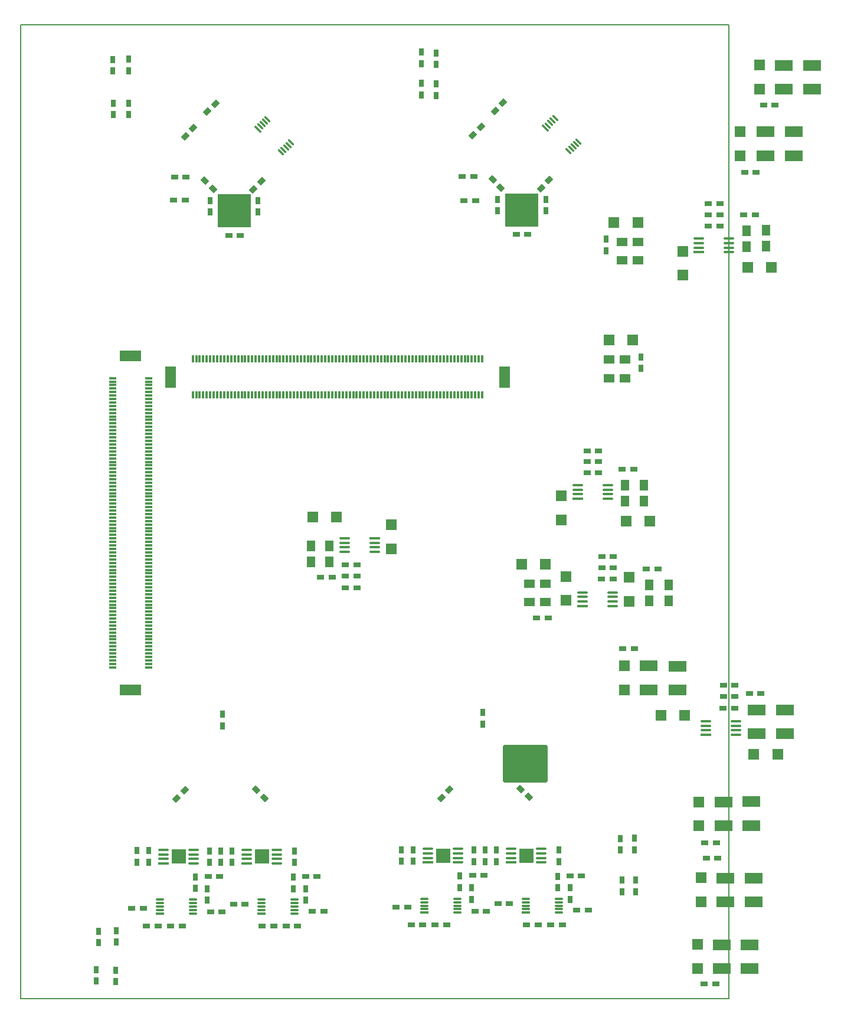
<source format=gbp>
G04 Layer_Color=128*
%FSLAX23Y23*%
%MOIN*%
G70*
G01*
G75*
%ADD15R,0.040X0.030*%
G04:AMPARAMS|DCode=17|XSize=43mil|YSize=12mil|CornerRadius=3mil|HoleSize=0mil|Usage=FLASHONLY|Rotation=90.000|XOffset=0mil|YOffset=0mil|HoleType=Round|Shape=RoundedRectangle|*
%AMROUNDEDRECTD17*
21,1,0.043,0.006,0,0,90.0*
21,1,0.037,0.012,0,0,90.0*
1,1,0.006,0.003,0.019*
1,1,0.006,0.003,-0.019*
1,1,0.006,-0.003,-0.019*
1,1,0.006,-0.003,0.019*
%
%ADD17ROUNDEDRECTD17*%
%ADD18R,0.185X0.185*%
%ADD23R,0.030X0.040*%
G04:AMPARAMS|DCode=24|XSize=40mil|YSize=30mil|CornerRadius=0mil|HoleSize=0mil|Usage=FLASHONLY|Rotation=45.000|XOffset=0mil|YOffset=0mil|HoleType=Round|Shape=Rectangle|*
%AMROTATEDRECTD24*
4,1,4,-0.004,-0.025,-0.025,-0.004,0.004,0.025,0.025,0.004,-0.004,-0.025,0.0*
%
%ADD24ROTATEDRECTD24*%

G04:AMPARAMS|DCode=25|XSize=40mil|YSize=30mil|CornerRadius=0mil|HoleSize=0mil|Usage=FLASHONLY|Rotation=135.000|XOffset=0mil|YOffset=0mil|HoleType=Round|Shape=Rectangle|*
%AMROTATEDRECTD25*
4,1,4,0.025,-0.004,0.004,-0.025,-0.025,0.004,-0.004,0.025,0.025,-0.004,0.0*
%
%ADD25ROTATEDRECTD25*%

%ADD28R,0.060X0.060*%
%ADD31R,0.043X0.012*%
G04:AMPARAMS|DCode=32|XSize=43mil|YSize=12mil|CornerRadius=3mil|HoleSize=0mil|Usage=FLASHONLY|Rotation=0.000|XOffset=0mil|YOffset=0mil|HoleType=Round|Shape=RoundedRectangle|*
%AMROUNDEDRECTD32*
21,1,0.043,0.006,0,0,0.0*
21,1,0.037,0.012,0,0,0.0*
1,1,0.006,0.019,-0.003*
1,1,0.006,-0.019,-0.003*
1,1,0.006,-0.019,0.003*
1,1,0.006,0.019,0.003*
%
%ADD32ROUNDEDRECTD32*%
%ADD33R,0.122X0.063*%
%ADD34R,0.012X0.043*%
%ADD35R,0.063X0.122*%
%ADD40C,0.008*%
%ADD89R,0.081X0.081*%
%ADD90O,0.047X0.012*%
%ADD91R,0.047X0.012*%
%ADD92O,0.060X0.015*%
%ADD93R,0.060X0.015*%
G04:AMPARAMS|DCode=94|XSize=47mil|YSize=12mil|CornerRadius=0mil|HoleSize=0mil|Usage=FLASHONLY|Rotation=315.000|XOffset=0mil|YOffset=0mil|HoleType=Round|Shape=Round|*
%AMOVALD94*
21,1,0.035,0.012,0.000,0.000,315.0*
1,1,0.012,-0.013,0.013*
1,1,0.012,0.013,-0.013*
%
%ADD94OVALD94*%

G04:AMPARAMS|DCode=95|XSize=47mil|YSize=12mil|CornerRadius=0mil|HoleSize=0mil|Usage=FLASHONLY|Rotation=315.000|XOffset=0mil|YOffset=0mil|HoleType=Round|Shape=Rectangle|*
%AMROTATEDRECTD95*
4,1,4,-0.021,0.013,-0.013,0.021,0.021,-0.013,0.013,-0.021,-0.021,0.013,0.0*
%
%ADD95ROTATEDRECTD95*%

%ADD96R,0.100X0.060*%
%ADD97R,0.050X0.060*%
%ADD98R,0.060X0.060*%
%ADD99R,0.060X0.050*%
G04:AMPARAMS|DCode=110|XSize=213mil|YSize=254mil|CornerRadius=11mil|HoleSize=0mil|Usage=FLASHONLY|Rotation=90.000|XOffset=0mil|YOffset=0mil|HoleType=Round|Shape=RoundedRectangle|*
%AMROUNDEDRECTD110*
21,1,0.213,0.233,0,0,90.0*
21,1,0.192,0.254,0,0,90.0*
1,1,0.021,0.116,0.096*
1,1,0.021,0.116,-0.096*
1,1,0.021,-0.116,-0.096*
1,1,0.021,-0.116,0.096*
%
%ADD110ROUNDEDRECTD110*%
D15*
X1123Y692D02*
D03*
X1058D02*
D03*
X1499Y412D02*
D03*
X1564D02*
D03*
X1363D02*
D03*
X1428D02*
D03*
X1647Y496D02*
D03*
X1712D02*
D03*
X1673Y691D02*
D03*
X1608D02*
D03*
X847Y412D02*
D03*
X912D02*
D03*
X711D02*
D03*
X776D02*
D03*
X1267Y534D02*
D03*
X1202D02*
D03*
X1072Y490D02*
D03*
X1137D02*
D03*
X692Y513D02*
D03*
X627D02*
D03*
X1240Y4313D02*
D03*
X1175D02*
D03*
X869Y4640D02*
D03*
X934D02*
D03*
X863Y4511D02*
D03*
X928D02*
D03*
X3282Y2498D02*
D03*
X3347D02*
D03*
X2205Y417D02*
D03*
X2270D02*
D03*
X2341D02*
D03*
X2406D02*
D03*
X2617Y697D02*
D03*
X2552D02*
D03*
X2993Y417D02*
D03*
X3058D02*
D03*
X3167Y696D02*
D03*
X3102D02*
D03*
X2857Y417D02*
D03*
X2922D02*
D03*
X3282Y2436D02*
D03*
X3347D02*
D03*
X3346Y2372D02*
D03*
X3281D02*
D03*
X3599Y2428D02*
D03*
X3534D02*
D03*
X4033Y1771D02*
D03*
X3968D02*
D03*
X4180Y1724D02*
D03*
X4115D02*
D03*
X3968Y1708D02*
D03*
X4033D02*
D03*
X4032Y1642D02*
D03*
X3967D02*
D03*
X4149Y4429D02*
D03*
X4084D02*
D03*
X3462Y2992D02*
D03*
X3397D02*
D03*
X3263Y3095D02*
D03*
X3198D02*
D03*
X3264Y2972D02*
D03*
X3199D02*
D03*
X3198Y3035D02*
D03*
X3263D02*
D03*
X3401Y1977D02*
D03*
X3466D02*
D03*
X4196Y5048D02*
D03*
X4261D02*
D03*
X4088Y4669D02*
D03*
X4153D02*
D03*
X3864Y883D02*
D03*
X3929D02*
D03*
X3883Y4365D02*
D03*
X3948D02*
D03*
Y4427D02*
D03*
X3883D02*
D03*
X3948Y4490D02*
D03*
X3883D02*
D03*
X1833Y2452D02*
D03*
X1898D02*
D03*
X1693Y2381D02*
D03*
X1758D02*
D03*
X1833Y2322D02*
D03*
X1898D02*
D03*
Y2387D02*
D03*
X1833D02*
D03*
X2979Y2152D02*
D03*
X2914D02*
D03*
X2121Y518D02*
D03*
X2186D02*
D03*
X2631Y495D02*
D03*
X2566D02*
D03*
X2696Y539D02*
D03*
X2761D02*
D03*
X3206Y501D02*
D03*
X3141D02*
D03*
X3861Y85D02*
D03*
X3926D02*
D03*
X3872Y796D02*
D03*
X3937D02*
D03*
X2569Y4507D02*
D03*
X2504D02*
D03*
X2559Y4646D02*
D03*
X2494D02*
D03*
X2798Y4319D02*
D03*
X2863D02*
D03*
D17*
X972Y3411D02*
D03*
X992Y3615D02*
D03*
Y3411D02*
D03*
X1011Y3615D02*
D03*
Y3411D02*
D03*
X1031Y3615D02*
D03*
Y3411D02*
D03*
X1051Y3615D02*
D03*
Y3411D02*
D03*
X1070Y3615D02*
D03*
Y3411D02*
D03*
X1090Y3615D02*
D03*
Y3411D02*
D03*
X1110Y3615D02*
D03*
Y3411D02*
D03*
X1130Y3615D02*
D03*
Y3411D02*
D03*
X1149Y3615D02*
D03*
Y3411D02*
D03*
X1169Y3615D02*
D03*
Y3411D02*
D03*
X1189Y3615D02*
D03*
Y3411D02*
D03*
X1208Y3615D02*
D03*
Y3411D02*
D03*
X1228Y3615D02*
D03*
Y3411D02*
D03*
X1248Y3615D02*
D03*
Y3411D02*
D03*
X1267Y3615D02*
D03*
Y3411D02*
D03*
X1287Y3615D02*
D03*
Y3411D02*
D03*
X1307Y3615D02*
D03*
Y3411D02*
D03*
X1326Y3615D02*
D03*
Y3411D02*
D03*
X1346Y3615D02*
D03*
Y3411D02*
D03*
X1366Y3615D02*
D03*
Y3411D02*
D03*
X1385Y3615D02*
D03*
Y3411D02*
D03*
X1405Y3615D02*
D03*
Y3411D02*
D03*
X1425Y3615D02*
D03*
Y3411D02*
D03*
X1445Y3615D02*
D03*
Y3411D02*
D03*
X1464Y3615D02*
D03*
Y3411D02*
D03*
X1484Y3615D02*
D03*
Y3411D02*
D03*
X1504Y3615D02*
D03*
Y3411D02*
D03*
X1523Y3615D02*
D03*
Y3411D02*
D03*
X1543Y3615D02*
D03*
Y3411D02*
D03*
X1563Y3615D02*
D03*
Y3411D02*
D03*
X1582Y3615D02*
D03*
Y3411D02*
D03*
X1602Y3615D02*
D03*
Y3411D02*
D03*
X1622Y3615D02*
D03*
Y3411D02*
D03*
X1641Y3615D02*
D03*
Y3411D02*
D03*
X1661Y3615D02*
D03*
Y3411D02*
D03*
X1681Y3615D02*
D03*
Y3411D02*
D03*
X1700Y3615D02*
D03*
Y3411D02*
D03*
X1720Y3615D02*
D03*
Y3411D02*
D03*
X1740Y3615D02*
D03*
Y3411D02*
D03*
X1759Y3615D02*
D03*
Y3411D02*
D03*
X1779Y3615D02*
D03*
Y3411D02*
D03*
X1799Y3615D02*
D03*
Y3411D02*
D03*
X1819Y3615D02*
D03*
Y3411D02*
D03*
X1838Y3615D02*
D03*
Y3411D02*
D03*
X1858Y3615D02*
D03*
Y3411D02*
D03*
X1878Y3615D02*
D03*
Y3411D02*
D03*
X1897Y3615D02*
D03*
Y3411D02*
D03*
X1917Y3615D02*
D03*
Y3411D02*
D03*
X1937Y3615D02*
D03*
Y3411D02*
D03*
X1956Y3615D02*
D03*
Y3411D02*
D03*
X1976Y3615D02*
D03*
Y3411D02*
D03*
X1996Y3615D02*
D03*
Y3411D02*
D03*
X2015Y3615D02*
D03*
Y3411D02*
D03*
X2035Y3615D02*
D03*
Y3411D02*
D03*
X2055Y3615D02*
D03*
Y3411D02*
D03*
X2074Y3615D02*
D03*
Y3411D02*
D03*
X2094Y3615D02*
D03*
Y3411D02*
D03*
X2114Y3615D02*
D03*
Y3411D02*
D03*
X2133Y3615D02*
D03*
Y3411D02*
D03*
X2153Y3615D02*
D03*
Y3411D02*
D03*
X2173Y3615D02*
D03*
Y3411D02*
D03*
X2193Y3615D02*
D03*
Y3411D02*
D03*
X2212Y3615D02*
D03*
Y3411D02*
D03*
X2232Y3615D02*
D03*
Y3411D02*
D03*
X2252Y3615D02*
D03*
Y3411D02*
D03*
X2271Y3615D02*
D03*
Y3411D02*
D03*
X2291Y3615D02*
D03*
Y3411D02*
D03*
X2311Y3615D02*
D03*
Y3411D02*
D03*
X2330Y3615D02*
D03*
Y3411D02*
D03*
X2350Y3615D02*
D03*
Y3411D02*
D03*
X2370Y3615D02*
D03*
Y3411D02*
D03*
X2389Y3615D02*
D03*
Y3411D02*
D03*
X2409Y3615D02*
D03*
Y3411D02*
D03*
X2429Y3615D02*
D03*
Y3411D02*
D03*
X2448Y3615D02*
D03*
Y3411D02*
D03*
X2468Y3615D02*
D03*
Y3411D02*
D03*
X2488Y3615D02*
D03*
Y3411D02*
D03*
X2508Y3615D02*
D03*
Y3411D02*
D03*
X2527Y3615D02*
D03*
Y3411D02*
D03*
X2547Y3615D02*
D03*
Y3411D02*
D03*
X2567Y3615D02*
D03*
Y3411D02*
D03*
X2586Y3615D02*
D03*
Y3411D02*
D03*
X2606Y3615D02*
D03*
Y3411D02*
D03*
D18*
X1205Y4450D02*
D03*
X2829Y4456D02*
D03*
D23*
X522Y4994D02*
D03*
Y5059D02*
D03*
X520Y5305D02*
D03*
Y5240D02*
D03*
X2263Y5347D02*
D03*
Y5282D02*
D03*
X3467Y907D02*
D03*
Y842D02*
D03*
X2345Y5103D02*
D03*
Y5168D02*
D03*
X2264Y5105D02*
D03*
Y5170D02*
D03*
X2346Y5343D02*
D03*
Y5278D02*
D03*
X537Y98D02*
D03*
Y163D02*
D03*
X427Y100D02*
D03*
Y165D02*
D03*
X611Y5307D02*
D03*
Y5242D02*
D03*
X609Y4994D02*
D03*
Y5059D02*
D03*
X3386Y905D02*
D03*
Y840D02*
D03*
X3472Y605D02*
D03*
Y670D02*
D03*
X3396Y605D02*
D03*
Y670D02*
D03*
X538Y385D02*
D03*
Y320D02*
D03*
X439Y382D02*
D03*
Y317D02*
D03*
X2609Y1553D02*
D03*
Y1618D02*
D03*
X1138Y1607D02*
D03*
Y1542D02*
D03*
X1052Y558D02*
D03*
Y623D02*
D03*
X987Y624D02*
D03*
Y689D02*
D03*
X1539Y623D02*
D03*
Y688D02*
D03*
X1193Y771D02*
D03*
Y836D02*
D03*
X1129D02*
D03*
Y771D02*
D03*
X1067D02*
D03*
Y836D02*
D03*
X723Y772D02*
D03*
Y837D02*
D03*
X657D02*
D03*
Y772D02*
D03*
X1610Y557D02*
D03*
Y622D02*
D03*
X1546Y771D02*
D03*
Y836D02*
D03*
X1068Y4444D02*
D03*
Y4509D02*
D03*
X1341Y4444D02*
D03*
Y4509D02*
D03*
X2151Y842D02*
D03*
Y777D02*
D03*
X2687Y776D02*
D03*
Y841D02*
D03*
X2217Y777D02*
D03*
Y842D02*
D03*
X2561Y776D02*
D03*
Y841D02*
D03*
X2546Y563D02*
D03*
Y628D02*
D03*
X2481Y629D02*
D03*
Y694D02*
D03*
X3104Y562D02*
D03*
Y627D02*
D03*
X3033Y628D02*
D03*
Y693D02*
D03*
X3040Y776D02*
D03*
Y841D02*
D03*
X2623D02*
D03*
Y776D02*
D03*
X3502Y3625D02*
D03*
Y3560D02*
D03*
X3306Y4290D02*
D03*
Y4225D02*
D03*
X2965Y4515D02*
D03*
Y4450D02*
D03*
X2692Y4515D02*
D03*
Y4450D02*
D03*
D24*
X927Y1177D02*
D03*
X881Y1131D02*
D03*
X928Y4873D02*
D03*
X974Y4919D02*
D03*
X1054Y5010D02*
D03*
X1100Y5056D02*
D03*
X1360Y4618D02*
D03*
X1314Y4572D02*
D03*
X2375Y1136D02*
D03*
X2421Y1182D02*
D03*
X2938Y4578D02*
D03*
X2984Y4624D02*
D03*
X2552Y4879D02*
D03*
X2598Y4925D02*
D03*
X2678Y5016D02*
D03*
X2724Y5062D02*
D03*
D25*
X1329Y1181D02*
D03*
X1375Y1135D02*
D03*
X1087Y4576D02*
D03*
X1041Y4622D02*
D03*
X2869Y1140D02*
D03*
X2823Y1186D02*
D03*
X2665Y4628D02*
D03*
X2710Y4582D02*
D03*
D28*
X3437Y2246D02*
D03*
Y2381D02*
D03*
X3078Y2251D02*
D03*
Y2386D02*
D03*
X3052Y2841D02*
D03*
Y2706D02*
D03*
X3410Y1746D02*
D03*
Y1881D02*
D03*
X4172Y5139D02*
D03*
Y5274D02*
D03*
X4062Y4897D02*
D03*
Y4762D02*
D03*
X3831Y1113D02*
D03*
Y978D02*
D03*
X3740Y4223D02*
D03*
Y4088D02*
D03*
X2093Y2677D02*
D03*
Y2542D02*
D03*
X3824Y172D02*
D03*
Y307D02*
D03*
X3843Y549D02*
D03*
Y684D02*
D03*
D31*
X722Y3506D02*
D03*
D32*
X518D02*
D03*
X722Y3486D02*
D03*
X518D02*
D03*
X722Y3467D02*
D03*
X518D02*
D03*
X722Y3447D02*
D03*
X518D02*
D03*
X722Y3427D02*
D03*
X518D02*
D03*
X722Y3408D02*
D03*
X518D02*
D03*
X722Y3388D02*
D03*
X518D02*
D03*
X722Y3368D02*
D03*
X518D02*
D03*
X722Y3348D02*
D03*
X518D02*
D03*
X722Y3329D02*
D03*
X518D02*
D03*
X722Y3309D02*
D03*
X518D02*
D03*
X722Y3289D02*
D03*
X518D02*
D03*
X722Y3270D02*
D03*
X518D02*
D03*
X722Y3250D02*
D03*
X518D02*
D03*
X722Y3230D02*
D03*
X518D02*
D03*
X722Y3211D02*
D03*
X518D02*
D03*
X722Y3191D02*
D03*
X518D02*
D03*
X722Y3171D02*
D03*
X518D02*
D03*
X722Y3152D02*
D03*
X518D02*
D03*
X722Y3132D02*
D03*
X518D02*
D03*
X722Y3112D02*
D03*
X518D02*
D03*
X722Y3093D02*
D03*
X518D02*
D03*
X722Y3073D02*
D03*
X518D02*
D03*
X722Y3053D02*
D03*
X518D02*
D03*
X722Y3033D02*
D03*
X518D02*
D03*
X722Y3014D02*
D03*
X518D02*
D03*
X722Y2994D02*
D03*
X518D02*
D03*
X722Y2974D02*
D03*
X518D02*
D03*
X722Y2955D02*
D03*
X518D02*
D03*
X722Y2935D02*
D03*
X518D02*
D03*
X722Y2915D02*
D03*
X518D02*
D03*
X722Y2896D02*
D03*
X518D02*
D03*
X722Y2876D02*
D03*
X518D02*
D03*
X722Y2856D02*
D03*
X518D02*
D03*
X722Y2837D02*
D03*
X518D02*
D03*
X722Y2817D02*
D03*
X518D02*
D03*
X722Y2797D02*
D03*
X518D02*
D03*
X722Y2778D02*
D03*
X518D02*
D03*
X722Y2758D02*
D03*
X518D02*
D03*
X722Y2738D02*
D03*
X518D02*
D03*
X722Y2719D02*
D03*
X518D02*
D03*
X722Y2699D02*
D03*
X518D02*
D03*
X722Y2679D02*
D03*
X518D02*
D03*
X722Y2659D02*
D03*
X518D02*
D03*
X722Y2640D02*
D03*
X518D02*
D03*
X722Y2620D02*
D03*
X518D02*
D03*
X722Y2600D02*
D03*
X518D02*
D03*
X722Y2581D02*
D03*
X518D02*
D03*
X722Y2561D02*
D03*
X518D02*
D03*
X722Y2541D02*
D03*
X518D02*
D03*
X722Y2522D02*
D03*
X518D02*
D03*
X722Y2502D02*
D03*
X518D02*
D03*
X722Y2482D02*
D03*
X518D02*
D03*
X722Y2463D02*
D03*
X518D02*
D03*
X722Y2443D02*
D03*
X518D02*
D03*
X722Y2423D02*
D03*
X518D02*
D03*
X722Y2404D02*
D03*
X518D02*
D03*
X722Y2384D02*
D03*
X518D02*
D03*
X722Y2364D02*
D03*
X518D02*
D03*
X722Y2345D02*
D03*
X518D02*
D03*
X722Y2325D02*
D03*
X518D02*
D03*
X722Y2305D02*
D03*
X518D02*
D03*
X722Y2285D02*
D03*
X518D02*
D03*
X722Y2266D02*
D03*
X518D02*
D03*
X722Y2246D02*
D03*
X518D02*
D03*
X722Y2226D02*
D03*
X518D02*
D03*
X722Y2207D02*
D03*
X518D02*
D03*
X722Y2187D02*
D03*
X518D02*
D03*
X722Y2167D02*
D03*
X518D02*
D03*
X722Y2148D02*
D03*
X518D02*
D03*
X722Y2128D02*
D03*
X518D02*
D03*
X722Y2108D02*
D03*
X518D02*
D03*
X722Y2089D02*
D03*
X518D02*
D03*
X722Y2069D02*
D03*
X518D02*
D03*
X722Y2049D02*
D03*
X518D02*
D03*
X722Y2030D02*
D03*
X518D02*
D03*
X722Y2010D02*
D03*
X518D02*
D03*
X722Y1990D02*
D03*
X518D02*
D03*
X722Y1970D02*
D03*
X518D02*
D03*
X722Y1951D02*
D03*
X518D02*
D03*
X722Y1931D02*
D03*
X518D02*
D03*
X722Y1911D02*
D03*
X518D02*
D03*
X722Y1892D02*
D03*
X518D02*
D03*
X722Y1872D02*
D03*
X518D02*
D03*
D33*
X620Y1746D02*
D03*
Y3632D02*
D03*
D34*
X972Y3615D02*
D03*
D35*
X2732Y3513D02*
D03*
X846D02*
D03*
D40*
X4000Y-0D02*
Y5500D01*
X1193D02*
X4000D01*
X0Y1681D02*
Y3650D01*
X753Y-0D02*
X4000D01*
X0D02*
Y1681D01*
Y-0D02*
X753D01*
X0Y5500D02*
X1193D01*
X0Y3650D02*
Y5500D01*
D89*
X892Y804D02*
D03*
X1363D02*
D03*
X2857Y809D02*
D03*
X2386D02*
D03*
D90*
X786Y561D02*
D03*
X973D02*
D03*
Y541D02*
D03*
Y482D02*
D03*
X973Y521D02*
D03*
X786Y521D02*
D03*
Y502D02*
D03*
Y541D02*
D03*
X973Y502D02*
D03*
X1358Y561D02*
D03*
X1545D02*
D03*
Y541D02*
D03*
Y482D02*
D03*
X1545Y521D02*
D03*
X1358Y521D02*
D03*
Y502D02*
D03*
Y541D02*
D03*
X1545Y502D02*
D03*
X3039Y507D02*
D03*
X2852Y546D02*
D03*
Y507D02*
D03*
Y526D02*
D03*
X3039D02*
D03*
Y487D02*
D03*
Y546D02*
D03*
Y566D02*
D03*
X2852D02*
D03*
X2280D02*
D03*
X2467D02*
D03*
Y546D02*
D03*
Y487D02*
D03*
Y526D02*
D03*
X2280D02*
D03*
Y507D02*
D03*
Y546D02*
D03*
X2467Y507D02*
D03*
D91*
X786Y482D02*
D03*
X1358D02*
D03*
X2852Y487D02*
D03*
X2280D02*
D03*
D92*
X1447Y842D02*
D03*
X1277D02*
D03*
X1447Y816D02*
D03*
Y791D02*
D03*
Y765D02*
D03*
X1277Y816D02*
D03*
Y791D02*
D03*
X976Y842D02*
D03*
X806D02*
D03*
X976Y816D02*
D03*
Y791D02*
D03*
Y765D02*
D03*
X806Y816D02*
D03*
Y791D02*
D03*
X2771Y796D02*
D03*
Y821D02*
D03*
X2941Y770D02*
D03*
Y796D02*
D03*
Y821D02*
D03*
X2771Y847D02*
D03*
X2941D02*
D03*
X2300Y796D02*
D03*
Y821D02*
D03*
X2470Y770D02*
D03*
Y796D02*
D03*
Y821D02*
D03*
X2300Y847D02*
D03*
X2470D02*
D03*
X3342Y2296D02*
D03*
X3172D02*
D03*
X3342Y2270D02*
D03*
Y2245D02*
D03*
Y2219D02*
D03*
X3172Y2270D02*
D03*
Y2245D02*
D03*
X4039Y1568D02*
D03*
X3869D02*
D03*
X4039Y1542D02*
D03*
Y1517D02*
D03*
Y1491D02*
D03*
X3869Y1542D02*
D03*
Y1517D02*
D03*
X3317Y2901D02*
D03*
X3147D02*
D03*
X3317Y2875D02*
D03*
Y2850D02*
D03*
Y2824D02*
D03*
X3147Y2875D02*
D03*
Y2850D02*
D03*
X4001Y4294D02*
D03*
X3831D02*
D03*
X4001Y4268D02*
D03*
Y4243D02*
D03*
Y4217D02*
D03*
X3831Y4268D02*
D03*
Y4243D02*
D03*
X1828Y2525D02*
D03*
X1998D02*
D03*
X1828Y2551D02*
D03*
Y2576D02*
D03*
Y2602D02*
D03*
X1998Y2551D02*
D03*
Y2576D02*
D03*
D93*
X1277Y765D02*
D03*
X806D02*
D03*
X2771Y770D02*
D03*
X2300D02*
D03*
X3172Y2219D02*
D03*
X3869Y1491D02*
D03*
X3147Y2824D02*
D03*
X3831Y4217D02*
D03*
X1998Y2602D02*
D03*
D94*
X1484Y4795D02*
D03*
X1380Y4955D02*
D03*
X1352Y4927D02*
D03*
X1366Y4941D02*
D03*
X1498Y4809D02*
D03*
X1470Y4781D02*
D03*
X1512Y4823D02*
D03*
X1526Y4837D02*
D03*
X1394Y4969D02*
D03*
X3018Y4975D02*
D03*
X3150Y4843D02*
D03*
X3136Y4829D02*
D03*
X3094Y4787D02*
D03*
X3122Y4815D02*
D03*
X2990Y4947D02*
D03*
X2976Y4933D02*
D03*
X3004Y4961D02*
D03*
X3108Y4801D02*
D03*
D95*
X1338Y4913D02*
D03*
X2962Y4919D02*
D03*
D96*
X4317Y1633D02*
D03*
Y1498D02*
D03*
X4156D02*
D03*
Y1633D02*
D03*
X4125Y979D02*
D03*
Y1114D02*
D03*
X3968Y1113D02*
D03*
Y978D02*
D03*
X4365Y4762D02*
D03*
Y4897D02*
D03*
X4205D02*
D03*
Y4762D02*
D03*
X4469Y5137D02*
D03*
Y5272D02*
D03*
X4311Y5273D02*
D03*
Y5138D02*
D03*
X3708Y1879D02*
D03*
Y1744D02*
D03*
X3546Y1746D02*
D03*
Y1881D02*
D03*
X4116Y171D02*
D03*
Y306D02*
D03*
X4138Y682D02*
D03*
Y547D02*
D03*
X3980Y548D02*
D03*
Y683D02*
D03*
X3958Y306D02*
D03*
Y171D02*
D03*
D97*
X3661Y2247D02*
D03*
Y2337D02*
D03*
X3550D02*
D03*
Y2247D02*
D03*
X4211Y4252D02*
D03*
Y4342D02*
D03*
X4100Y4339D02*
D03*
Y4249D02*
D03*
X3518Y2813D02*
D03*
Y2903D02*
D03*
X3413D02*
D03*
Y2813D02*
D03*
X1640Y2558D02*
D03*
Y2468D02*
D03*
X1743D02*
D03*
Y2558D02*
D03*
D98*
X3751Y1602D02*
D03*
X3616D02*
D03*
X4141Y1380D02*
D03*
X4276D02*
D03*
X4105Y4130D02*
D03*
X4240D02*
D03*
X3418Y2698D02*
D03*
X3553D02*
D03*
X3322Y3720D02*
D03*
X3457D02*
D03*
X3486Y4385D02*
D03*
X3351D02*
D03*
X1783Y2722D02*
D03*
X1648D02*
D03*
X2963Y2454D02*
D03*
X2828D02*
D03*
D99*
X3322Y3505D02*
D03*
X3412D02*
D03*
Y3610D02*
D03*
X3322D02*
D03*
X3486Y4170D02*
D03*
X3396D02*
D03*
Y4275D02*
D03*
X3486D02*
D03*
X2962Y2240D02*
D03*
X2872D02*
D03*
Y2345D02*
D03*
X2962D02*
D03*
D110*
X2848Y1329D02*
D03*
M02*

</source>
